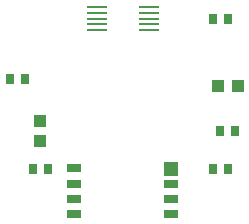
<source format=gtp>
G75*
%MOIN*%
%OFA0B0*%
%FSLAX24Y24*%
%IPPOS*%
%LPD*%
%AMOC8*
5,1,8,0,0,1.08239X$1,22.5*
%
%ADD10R,0.0709X0.0098*%
%ADD11R,0.0472X0.0315*%
%ADD12R,0.0472X0.0472*%
%ADD13R,0.0276X0.0354*%
%ADD14R,0.0394X0.0433*%
%ADD15R,0.0433X0.0394*%
D10*
X004814Y008786D03*
X004814Y008983D03*
X004814Y009180D03*
X004814Y009377D03*
X004814Y009574D03*
X006546Y009574D03*
X006546Y009377D03*
X006546Y009180D03*
X006546Y008983D03*
X006546Y008786D03*
D11*
X004066Y004192D03*
X004066Y003680D03*
X004066Y003180D03*
X004066Y002668D03*
X007294Y002668D03*
X007294Y003180D03*
X007294Y003680D03*
D12*
X007294Y004180D03*
D13*
X002674Y004180D03*
X003186Y004180D03*
X002436Y007180D03*
X001924Y007180D03*
X008674Y009180D03*
X009186Y009180D03*
X009436Y005430D03*
X008924Y005430D03*
X008674Y004180D03*
X009186Y004180D03*
D14*
X009515Y006930D03*
X008845Y006930D03*
D15*
X002930Y005765D03*
X002930Y005095D03*
M02*

</source>
